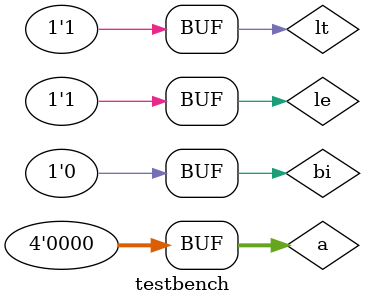
<source format=v>


`timescale 1ns/100ps

module testbench;
    reg[3:0] a;
    wire[7:0]seg;
    reg le,lt,bi;
HC4511 HC4511_0 (
    // Inputs
    .A(a),
    .LT_N(lt),
    .BI_N(bi),
    .LE(le),

    // Outputs
    .Seg(seg )

    // Inouts

);

initial
    begin
    #10 le=1;bi=1;lt=0;a=4'b0000;//all light test ,if succeed ,light up all led
    #10 le=0;bi=1;lt=1;a=4'b0100; //decoder test  4'd4:SM_8S=8'b01100110;//66
    #10 le=0;bi=1;lt=1;a=4'b1001;//4'd9:SM_8S=8'b01101111;//6f
    #10 le=1;bi=1;lt=1;a=4'b0100;//locked
    #10 le=0;bi=1;lt=1;a=4'b0100;
    #10 le=1;bi=0;lt=1;a=4'b0000; //light down
    end
endmodule


</source>
